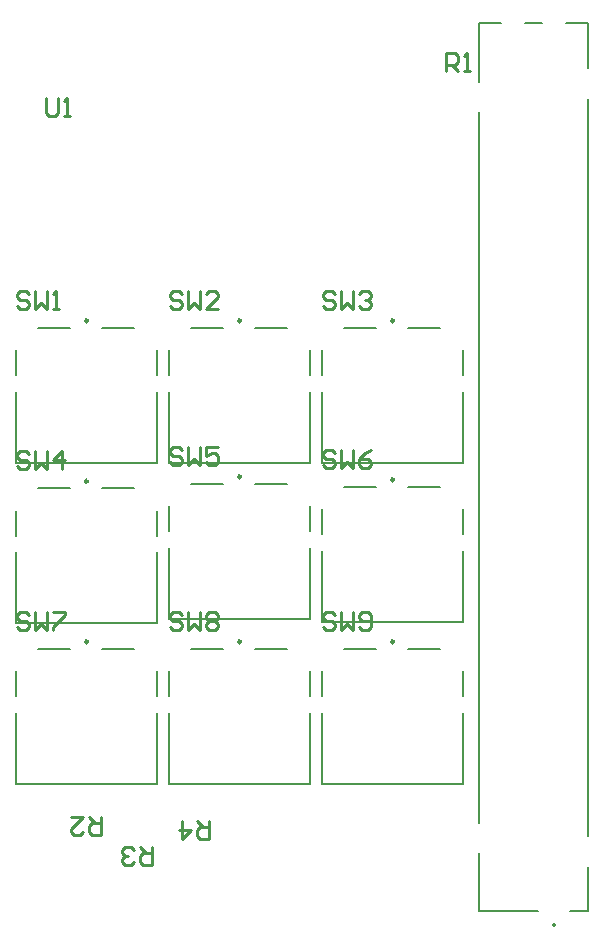
<source format=gto>
G04*
G04 #@! TF.GenerationSoftware,Altium Limited,Altium Designer,24.6.1 (21)*
G04*
G04 Layer_Color=65535*
%FSLAX44Y44*%
%MOMM*%
G71*
G04*
G04 #@! TF.SameCoordinates,736086DD-486C-4D62-845F-A3B091FE1A49*
G04*
G04*
G04 #@! TF.FilePolarity,Positive*
G04*
G01*
G75*
%ADD10C,0.1524*%
%ADD11C,0.2500*%
%ADD12C,0.2000*%
%ADD13C,0.2540*%
D10*
X764159Y504190D02*
G03*
X764159Y504190I-1270J0D01*
G01*
X699262Y515620D02*
Y565072D01*
X791718Y1229438D02*
Y1267460D01*
Y579198D02*
Y1203882D01*
X699262Y1267460D02*
X717948D01*
X738234D02*
X752746D01*
X776376Y515620D02*
X791718D01*
Y553642D01*
X699262Y515620D02*
X749402D01*
X699262Y1218008D02*
Y1267460D01*
X773032D02*
X791718D01*
X699262Y590628D02*
Y1192452D01*
D11*
X368280Y1015760D02*
G03*
X368280Y1015760I-1250J0D01*
G01*
Y743980D02*
G03*
X368280Y743980I-1250J0D01*
G01*
Y879870D02*
G03*
X368280Y879870I-1250J0D01*
G01*
X497820Y743980D02*
G03*
X497820Y743980I-1250J0D01*
G01*
X627360D02*
G03*
X627360Y743980I-1250J0D01*
G01*
X497820Y883680D02*
G03*
X497820Y883680I-1250J0D01*
G01*
X627360Y881140D02*
G03*
X627360Y881140I-1250J0D01*
G01*
X497820Y1015760D02*
G03*
X497820Y1015760I-1250J0D01*
G01*
X627360D02*
G03*
X627360Y1015760I-1250J0D01*
G01*
D12*
X307030Y969560D02*
Y990890D01*
X326380Y1009660D02*
X353530D01*
X307030Y895660D02*
Y955760D01*
Y895660D02*
X427030D01*
X380530Y1009650D02*
X407680Y1009660D01*
X427030Y895660D02*
Y955760D01*
Y969560D02*
X427033Y990887D01*
X307030Y697780D02*
Y719110D01*
X326380Y737880D02*
X353530D01*
X307030Y623880D02*
Y683980D01*
Y623880D02*
X427030D01*
X380530Y737870D02*
X407680Y737880D01*
X427030Y623880D02*
Y683980D01*
Y697780D02*
X427033Y719107D01*
X307030Y833670D02*
Y855000D01*
X326380Y873770D02*
X353530D01*
X307030Y759770D02*
Y819870D01*
Y759770D02*
X427030D01*
X380530Y873760D02*
X407680Y873770D01*
X427030Y759770D02*
Y819870D01*
Y833670D02*
X427033Y854997D01*
X556570Y697780D02*
X556573Y719107D01*
X556570Y623880D02*
Y683980D01*
X510070Y737870D02*
X537220Y737880D01*
X436570Y623880D02*
X556570D01*
X436570D02*
Y683980D01*
X455920Y737880D02*
X483070D01*
X436570Y697780D02*
Y719110D01*
X686110Y697780D02*
X686113Y719107D01*
X686110Y623880D02*
Y683980D01*
X639610Y737870D02*
X666760Y737880D01*
X566110Y623880D02*
X686110D01*
X566110D02*
Y683980D01*
X585460Y737880D02*
X612610D01*
X566110Y697780D02*
Y719110D01*
X556570Y837480D02*
X556573Y858807D01*
X556570Y763580D02*
Y823680D01*
X510070Y877570D02*
X537220Y877580D01*
X436570Y763580D02*
X556570D01*
X436570D02*
Y823680D01*
X455920Y877580D02*
X483070D01*
X436570Y837480D02*
Y858810D01*
X686110Y834940D02*
X686113Y856267D01*
X686110Y761040D02*
Y821140D01*
X639610Y875030D02*
X666760Y875040D01*
X566110Y761040D02*
X686110D01*
X566110D02*
Y821140D01*
X585460Y875040D02*
X612610D01*
X566110Y834940D02*
Y856270D01*
X556570Y969560D02*
X556573Y990887D01*
X556570Y895660D02*
Y955760D01*
X510070Y1009650D02*
X537220Y1009660D01*
X436570Y895660D02*
X556570D01*
X436570D02*
Y955760D01*
X455920Y1009660D02*
X483070D01*
X436570Y969560D02*
Y990890D01*
X686110Y969560D02*
X686113Y990887D01*
X686110Y895660D02*
Y955760D01*
X639610Y1009650D02*
X666760Y1009660D01*
X566110Y895660D02*
X686110D01*
X566110D02*
Y955760D01*
X585460Y1009660D02*
X612610D01*
X566110Y969560D02*
Y990890D01*
D13*
X671833Y1226823D02*
Y1242057D01*
X679451D01*
X681990Y1239518D01*
Y1234440D01*
X679451Y1231901D01*
X671833D01*
X676912D02*
X681990Y1226823D01*
X687068D02*
X692147D01*
X689608D01*
Y1242057D01*
X687068Y1239518D01*
X332743Y1203958D02*
Y1191262D01*
X335283Y1188723D01*
X340361D01*
X342900Y1191262D01*
Y1203958D01*
X347978Y1188723D02*
X353057D01*
X350518D01*
Y1203958D01*
X347978Y1201418D01*
X318259Y1038602D02*
X315720Y1041141D01*
X310641D01*
X308102Y1038602D01*
Y1036063D01*
X310641Y1033523D01*
X315720D01*
X318259Y1030984D01*
Y1028445D01*
X315720Y1025906D01*
X310641D01*
X308102Y1028445D01*
X323337Y1041141D02*
Y1025906D01*
X328415Y1030984D01*
X333494Y1025906D01*
Y1041141D01*
X338572Y1025906D02*
X343651D01*
X341111D01*
Y1041141D01*
X338572Y1038602D01*
X471166Y591818D02*
Y576582D01*
X463548D01*
X461009Y579122D01*
Y584200D01*
X463548Y586739D01*
X471166D01*
X466087D02*
X461009Y591818D01*
X448313D02*
Y576582D01*
X455931Y584200D01*
X445774D01*
X318259Y766822D02*
X315720Y769361D01*
X310641D01*
X308102Y766822D01*
Y764283D01*
X310641Y761743D01*
X315720D01*
X318259Y759204D01*
Y756665D01*
X315720Y754126D01*
X310641D01*
X308102Y756665D01*
X323337Y769361D02*
Y754126D01*
X328415Y759204D01*
X333494Y754126D01*
Y769361D01*
X338572D02*
X348729D01*
Y766822D01*
X338572Y756665D01*
Y754126D01*
X318259Y902712D02*
X315720Y905251D01*
X310641D01*
X308102Y902712D01*
Y900173D01*
X310641Y897634D01*
X315720D01*
X318259Y895094D01*
Y892555D01*
X315720Y890016D01*
X310641D01*
X308102Y892555D01*
X323337Y905251D02*
Y890016D01*
X328415Y895094D01*
X333494Y890016D01*
Y905251D01*
X346190Y890016D02*
Y905251D01*
X338572Y897634D01*
X348729D01*
X379726Y595628D02*
Y580392D01*
X372108D01*
X369569Y582932D01*
Y588010D01*
X372108Y590549D01*
X379726D01*
X374647D02*
X369569Y595628D01*
X354334D02*
X364491D01*
X354334Y585471D01*
Y582932D01*
X356873Y580392D01*
X361952D01*
X364491Y582932D01*
X422906Y570228D02*
Y554992D01*
X415288D01*
X412749Y557532D01*
Y562610D01*
X415288Y565149D01*
X422906D01*
X417827D02*
X412749Y570228D01*
X407671Y557532D02*
X405132Y554992D01*
X400053D01*
X397514Y557532D01*
Y560071D01*
X400053Y562610D01*
X402593D01*
X400053D01*
X397514Y565149D01*
Y567688D01*
X400053Y570228D01*
X405132D01*
X407671Y567688D01*
X577339Y766822D02*
X574799Y769361D01*
X569721D01*
X567182Y766822D01*
Y764283D01*
X569721Y761743D01*
X574799D01*
X577339Y759204D01*
Y756665D01*
X574799Y754126D01*
X569721D01*
X567182Y756665D01*
X582417Y769361D02*
Y754126D01*
X587495Y759204D01*
X592574Y754126D01*
Y769361D01*
X597652Y756665D02*
X600191Y754126D01*
X605270D01*
X607809Y756665D01*
Y766822D01*
X605270Y769361D01*
X600191D01*
X597652Y766822D01*
Y764283D01*
X600191Y761743D01*
X607809D01*
X447799Y766822D02*
X445260Y769361D01*
X440181D01*
X437642Y766822D01*
Y764283D01*
X440181Y761743D01*
X445260D01*
X447799Y759204D01*
Y756665D01*
X445260Y754126D01*
X440181D01*
X437642Y756665D01*
X452877Y769361D02*
Y754126D01*
X457955Y759204D01*
X463034Y754126D01*
Y769361D01*
X468112Y766822D02*
X470651Y769361D01*
X475730D01*
X478269Y766822D01*
Y764283D01*
X475730Y761743D01*
X478269Y759204D01*
Y756665D01*
X475730Y754126D01*
X470651D01*
X468112Y756665D01*
Y759204D01*
X470651Y761743D01*
X468112Y764283D01*
Y766822D01*
X470651Y761743D02*
X475730D01*
X577339Y903982D02*
X574799Y906521D01*
X569721D01*
X567182Y903982D01*
Y901443D01*
X569721Y898904D01*
X574799D01*
X577339Y896364D01*
Y893825D01*
X574799Y891286D01*
X569721D01*
X567182Y893825D01*
X582417Y906521D02*
Y891286D01*
X587495Y896364D01*
X592574Y891286D01*
Y906521D01*
X607809D02*
X602730Y903982D01*
X597652Y898904D01*
Y893825D01*
X600191Y891286D01*
X605270D01*
X607809Y893825D01*
Y896364D01*
X605270Y898904D01*
X597652D01*
X447799Y906522D02*
X445260Y909061D01*
X440181D01*
X437642Y906522D01*
Y903983D01*
X440181Y901443D01*
X445260D01*
X447799Y898904D01*
Y896365D01*
X445260Y893826D01*
X440181D01*
X437642Y896365D01*
X452877Y909061D02*
Y893826D01*
X457955Y898904D01*
X463034Y893826D01*
Y909061D01*
X478269D02*
X468112D01*
Y901443D01*
X473190Y903983D01*
X475730D01*
X478269Y901443D01*
Y896365D01*
X475730Y893826D01*
X470651D01*
X468112Y896365D01*
X577339Y1038602D02*
X574799Y1041141D01*
X569721D01*
X567182Y1038602D01*
Y1036063D01*
X569721Y1033523D01*
X574799D01*
X577339Y1030984D01*
Y1028445D01*
X574799Y1025906D01*
X569721D01*
X567182Y1028445D01*
X582417Y1041141D02*
Y1025906D01*
X587495Y1030984D01*
X592574Y1025906D01*
Y1041141D01*
X597652Y1038602D02*
X600191Y1041141D01*
X605270D01*
X607809Y1038602D01*
Y1036063D01*
X605270Y1033523D01*
X602730D01*
X605270D01*
X607809Y1030984D01*
Y1028445D01*
X605270Y1025906D01*
X600191D01*
X597652Y1028445D01*
X447799Y1038602D02*
X445260Y1041141D01*
X440181D01*
X437642Y1038602D01*
Y1036063D01*
X440181Y1033523D01*
X445260D01*
X447799Y1030984D01*
Y1028445D01*
X445260Y1025906D01*
X440181D01*
X437642Y1028445D01*
X452877Y1041141D02*
Y1025906D01*
X457955Y1030984D01*
X463034Y1025906D01*
Y1041141D01*
X478269Y1025906D02*
X468112D01*
X478269Y1036063D01*
Y1038602D01*
X475730Y1041141D01*
X470651D01*
X468112Y1038602D01*
M02*

</source>
